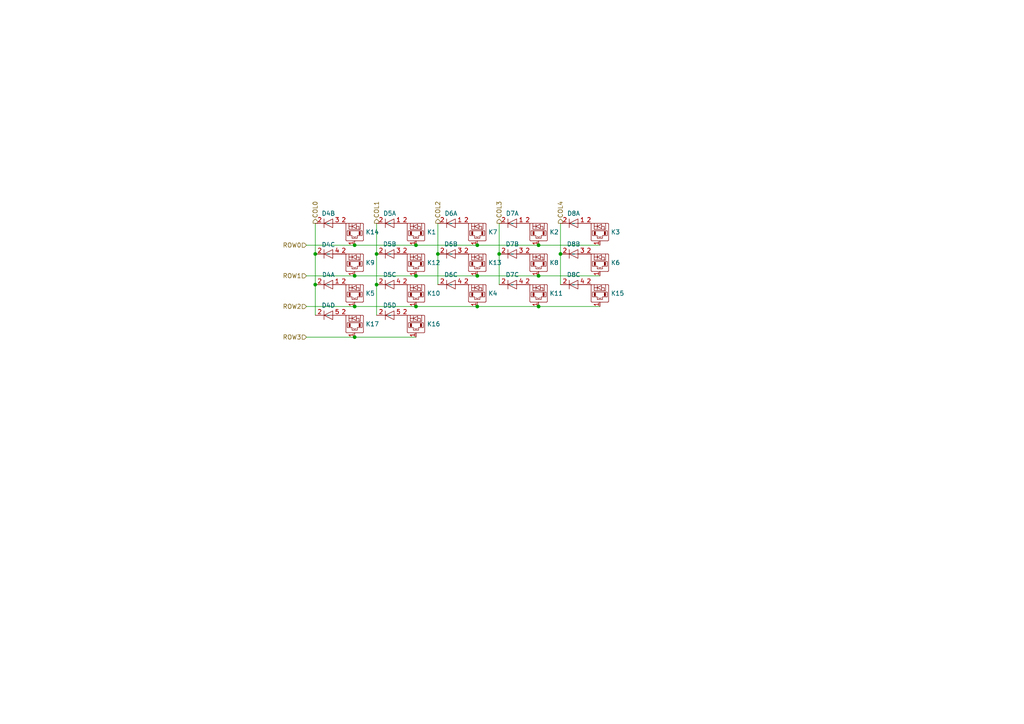
<source format=kicad_sch>
(kicad_sch (version 20230121) (generator eeschema)
  (paper "A4")
  (lib_symbols
    (symbol "misc:1SS309" (pin_names hide)
      (property "Reference" "D" (at 0 -2.54 0))
      (symbol "1SS309_0_1"
        (polyline (pts (xy -1.27 1.27) (xy -1.27 -1.27)))
        (polyline (pts (xy 1.27 0) (xy -1.27 0)))
        (polyline (pts (xy -1.27 0) (xy 1.27 1.27) (xy 1.27 -1.27) (xy -1.27 0)))
      )
      (symbol "1SS309_1_1"
        (pin passive line (at 3.81 0 180) (length 2.54) (name "A") (number "1"))
        (pin passive line (at -3.81 0 0) (length 2.54) (name "K") (number "2"))
      )
      (symbol "1SS309_2_1"
        (pin passive line (at -3.81 0 0) (length 2.54) (name "K") (number "2"))
        (pin passive line (at 3.81 0 180) (length 2.54) (name "A") (number "3"))
      )
      (symbol "1SS309_3_1"
        (pin passive line (at -3.81 0 0) (length 2.54) (name "K") (number "2"))
        (pin passive line (at 3.81 0 180) (length 2.54) (name "A") (number "4"))
      )
      (symbol "1SS309_4_1"
        (pin passive line (at -3.81 0 0) (length 2.54) (name "K") (number "2"))
        (pin passive line (at 3.81 0 180) (length 2.54) (name "A") (number "5"))
      )
    )
    (symbol "switch:diode-choc" (pin_names (offset 1.016))
      (property "Reference" "K" (at 0 3.81 0))
      (symbol "diode-choc_0_1"
        (arc (start -2.54 -2.286) (mid -2.4656 -2.4656) (end -2.286 -2.54))
        (arc (start -2.286 2.54) (mid -2.4656 2.4656) (end -2.54 2.286))
        (rectangle (start -1.651 0.127) (end -1.27 -0.762) (fill (type outline)))
        (arc (start -0.381 -1.27) (mid 0 -1.4739) (end 0.381 -1.27))
        (polyline (pts (xy -2.54 2.286) (xy -2.54 -2.286)))
        (polyline (pts (xy -2.286 -2.54) (xy 2.286 -2.54)))
        (polyline (pts (xy -2.286 2.54) (xy 2.286 2.54)))
        (polyline (pts (xy -1.651 1.651) (xy -0.762 1.651)))
        (polyline (pts (xy -0.762 2.286) (xy -0.762 1.016)))
        (polyline (pts (xy 2.54 -2.286) (xy 2.54 2.286)))
        (polyline (pts (xy 0.508 1.651) (xy 1.27 1.651) (xy 1.27 0.762)))
        (polyline (pts (xy -1.651 2.54) (xy -1.651 0.762) (xy 1.651 0.762) (xy 1.651 2.54)))
        (polyline (pts (xy -0.762 1.651) (xy 0.508 2.286) (xy 0.508 1.016) (xy -0.762 1.651)))
        (polyline (pts (xy -2.159 0.381) (xy -2.159 -1.016) (xy -0.762 -1.016) (xy -0.762 -1.778) (xy 0.762 -1.778) (xy 0.762 -1.016) (xy 2.159 -1.016) (xy 2.159 0.381) (xy -2.159 0.381)))
        (arc (start 2.286 -2.54) (mid 2.4656 -2.4656) (end 2.54 -2.286))
        (arc (start 2.54 2.286) (mid 2.4656 2.4656) (end 2.286 2.54))
      )
      (symbol "diode-choc_1_1"
        (rectangle (start 1.27 0.127) (end 1.651 -0.762) (fill (type outline)))
        (pin input line (at 0 -3.81 90) (length 1.27) (name "~") (number "1"))
        (pin output line (at -3.81 2.54 0) (length 1.27) (name "~") (number "2"))
      )
    )
  )
  (junction (at 109.22 73.66))
  (junction (at 109.22 82.55))
  (junction (at 162.56 73.66))
  (junction (at 144.78 73.66))
  (junction (at 102.87 97.79))
  (junction (at 120.65 71.12))
  (junction (at 102.87 80.01))
  (junction (at 102.87 71.12))
  (junction (at 91.44 73.66))
  (junction (at 138.43 88.9))
  (junction (at 138.43 71.12))
  (junction (at 156.21 80.01))
  (junction (at 127 73.66))
  (junction (at 120.65 80.01))
  (junction (at 120.65 88.9))
  (junction (at 138.43 80.01))
  (junction (at 102.87 88.9))
  (junction (at 91.44 82.55))
  (junction (at 156.21 71.12))
  (junction (at 156.21 88.9))
  (wire (pts (xy 88.9 71.12) (xy 102.87 71.12)))
  (wire (pts (xy 120.65 80.01) (xy 138.43 80.01)))
  (wire (pts (xy 127 73.66) (xy 127 82.55)))
  (wire (pts (xy 91.44 82.55) (xy 91.44 91.44)))
  (wire (pts (xy 102.87 88.9) (xy 120.65 88.9)))
  (wire (pts (xy 88.9 88.9) (xy 102.87 88.9)))
  (wire (pts (xy 144.78 64.77) (xy 144.78 73.66)))
  (wire (pts (xy 102.87 97.79) (xy 120.65 97.79)))
  (wire (pts (xy 138.43 80.01) (xy 156.21 80.01)))
  (wire (pts (xy 102.87 80.01) (xy 120.65 80.01)))
  (wire (pts (xy 127 64.77) (xy 127 73.66)))
  (wire (pts (xy 162.56 64.77) (xy 162.56 73.66)))
  (wire (pts (xy 120.65 88.9) (xy 138.43 88.9)))
  (wire (pts (xy 88.9 80.01) (xy 102.87 80.01)))
  (wire (pts (xy 109.22 73.66) (xy 109.22 82.55)))
  (wire (pts (xy 144.78 73.66) (xy 144.78 82.55)))
  (wire (pts (xy 109.22 82.55) (xy 109.22 91.44)))
  (wire (pts (xy 88.9 97.79) (xy 102.87 97.79)))
  (wire (pts (xy 156.21 88.9) (xy 173.99 88.9)))
  (wire (pts (xy 156.21 71.12) (xy 173.99 71.12)))
  (wire (pts (xy 138.43 88.9) (xy 156.21 88.9)))
  (wire (pts (xy 138.43 71.12) (xy 156.21 71.12)))
  (wire (pts (xy 120.65 71.12) (xy 138.43 71.12)))
  (wire (pts (xy 91.44 64.77) (xy 91.44 73.66)))
  (wire (pts (xy 109.22 64.77) (xy 109.22 73.66)))
  (wire (pts (xy 91.44 73.66) (xy 91.44 82.55)))
  (wire (pts (xy 156.21 80.01) (xy 173.99 80.01)))
  (wire (pts (xy 102.87 71.12) (xy 120.65 71.12)))
  (wire (pts (xy 162.56 73.66) (xy 162.56 82.55)))
  (hierarchical_label "COL2" (shape output) (at 127 64.77 90) (property "Intersheetrefs" "${INTERSHEET_REFS}" (effects hide)))
  (hierarchical_label "ROW3" (shape input) (at 88.9 97.79 180) (property "Intersheetrefs" "${INTERSHEET_REFS}" (effects hide)))
  (hierarchical_label "ROW2" (shape input) (at 88.9 88.9 180) (property "Intersheetrefs" "${INTERSHEET_REFS}" (effects hide)))
  (hierarchical_label "COL4" (shape output) (at 162.56 64.77 90) (property "Intersheetrefs" "${INTERSHEET_REFS}" (effects hide)))
  (hierarchical_label "COL3" (shape output) (at 144.78 64.77 90) (property "Intersheetrefs" "${INTERSHEET_REFS}" (effects hide)))
  (hierarchical_label "COL1" (shape output) (at 109.22 64.77 90) (property "Intersheetrefs" "${INTERSHEET_REFS}" (effects hide)))
  (hierarchical_label "ROW0" (shape input) (at 88.9 71.12 180) (property "Intersheetrefs" "${INTERSHEET_REFS}" (effects hide)))
  (hierarchical_label "ROW1" (shape input) (at 88.9 80.01 180) (property "Intersheetrefs" "${INTERSHEET_REFS}" (effects hide)))
  (hierarchical_label "COL0" (shape output) (at 91.44 64.77 90) (property "Intersheetrefs" "${INTERSHEET_REFS}" (effects hide)))
  (symbol (lib_id "misc:1SS309") (at 113.03 82.55 0) (unit 3)
    (property "Reference" "D5" (at 113.03 79.6869 0))
    (property "Value" "~" (at 113.03 82.55 0))
    (property "Footprint" "Package_TO_SOT_SMD:SOT-23-5" (effects hide))
    (instances (project "fissure" (path "" (reference "D5") (unit 3)) (path "" (reference "D4") (unit 3)) (path "" (reference "D15") (unit 3)) (path "" (reference "D4") (unit 3)) (path "" (reference "D12") (unit 4))))
  )
  (symbol (lib_id "misc:1SS309") (at 166.37 82.55 0) (unit 3)
    (property "Reference" "D8" (at 166.37 79.6869 0))
    (property "Value" "~" (at 166.37 82.55 0))
    (property "Footprint" "Package_TO_SOT_SMD:SOT-23-5" (effects hide))
    (instances (project "fissure" (path "" (reference "D8") (unit 3)) (path "" (reference "D7") (unit 3)) (path "" (reference "D10") (unit 3)) (path "" (reference "D7") (unit 3)) (path "" (reference "D10") (unit 1))))
  )
  (symbol (lib_id "misc:1SS309") (at 95.25 64.77 0) (unit 2)
    (property "Reference" "D4" (at 95.25 61.9069 0))
    (property "Value" "~" (at 95.25 64.77 0))
    (property "Footprint" "Package_TO_SOT_SMD:SOT-23-5" (effects hide))
    (instances (project "fissure" (path "" (reference "D4") (unit 2)) (path "" (reference "D3") (unit 2)) (path "" (reference "D14") (unit 2)) (path "" (reference "D3") (unit 2)) (path "" (reference "D11") (unit 4))))
  )
  (symbol (lib_id "misc:1SS309") (at 95.25 82.55 0) (unit 1)
    (property "Reference" "D4" (at 95.25 79.6869 0))
    (property "Value" "~" (at 95.25 82.55 0))
    (property "Footprint" "Package_TO_SOT_SMD:SOT-23-5" (effects hide))
    (instances (project "fissure" (path "" (reference "D4") (unit 1)) (path "" (reference "D3") (unit 1)) (path "" (reference "D14") (unit 1)) (path "" (reference "D3") (unit 1)) (path "" (reference "D11") (unit 2))))
  )
  (symbol (lib_id "switch:diode-choc") (at 120.65 93.98 0) (unit 1)
    (property "Reference" "K16" (at 123.825 93.98 0) (effects (justify left)))
    (property "Value" "diode-choc" (effects hide))
    (property "Footprint" "pg1350:pg1350-SR" (effects hide))
    (instances (project "fissure" (path "" (reference "K16") (unit 1)) (path "" (reference "K1") (unit 1)) (path "" (reference "K32") (unit 1)) (path "" (reference "K12") (unit 1)) (path "" (reference "K34") (unit 1))))
  )
  (symbol (lib_id "switch:diode-choc") (at 102.87 93.98 0) (unit 1)
    (property "Reference" "K17" (at 106.045 93.98 0) (effects (justify left)))
    (property "Value" "diode-choc" (effects hide))
    (property "Footprint" "pg1350:pg1350-SN" (effects hide))
    (instances (project "fissure" (path "" (reference "K17") (unit 1)) (path "" (reference "K6") (unit 1)) (path "" (reference "K31") (unit 1)) (path "" (reference "K11") (unit 1)) (path "" (reference "K35") (unit 1))))
  )
  (symbol (lib_id "misc:1SS309") (at 166.37 64.77 0) (unit 1)
    (property "Reference" "D8" (at 166.37 61.9069 0))
    (property "Value" "~" (at 166.37 64.77 0))
    (property "Footprint" "Package_TO_SOT_SMD:SOT-23-5" (effects hide))
    (instances (project "fissure" (path "" (reference "D8") (unit 1)) (path "" (reference "D7") (unit 1)) (path "" (reference "D10") (unit 1)) (path "" (reference "D7") (unit 1)) (path "" (reference "D10") (unit 2))))
  )
  (symbol (lib_id "switch:diode-choc") (at 156.21 67.31 0) (unit 1)
    (property "Reference" "K2" (at 159.385 67.31 0) (effects (justify left)))
    (property "Value" "diode-choc" (effects hide))
    (property "Footprint" "pg1350:pg1350-SL" (effects hide))
    (instances (project "fissure" (path "" (reference "K2") (unit 1)) (path "" (reference "K4") (unit 1)) (path "" (reference "K24") (unit 1)) (path "" (reference "K4") (unit 1)) (path "" (reference "K22") (unit 1))))
  )
  (symbol (lib_id "switch:diode-choc") (at 120.65 85.09 0) (unit 1)
    (property "Reference" "K10" (at 123.825 85.09 0) (effects (justify left)))
    (property "Value" "diode-choc" (effects hide))
    (property "Footprint" "pg1350:pg1350-SN" (effects hide))
    (instances (project "fissure" (path "" (reference "K10") (unit 1)) (path "" (reference "K16") (unit 1)) (path "" (reference "K21") (unit 1)) (path "" (reference "K1") (unit 1)) (path "" (reference "K25") (unit 1))))
  )
  (symbol (lib_id "switch:diode-choc") (at 138.43 85.09 0) (unit 1)
    (property "Reference" "K4" (at 141.605 85.09 0) (effects (justify left)))
    (property "Value" "diode-choc" (effects hide))
    (property "Footprint" "pg1350:pg1350-S" (effects hide))
    (instances (project "fissure" (path "" (reference "K4") (unit 1)) (path "" (reference "K13") (unit 1)) (path "" (reference "K33") (unit 1)) (path "" (reference "K13") (unit 1)) (path "" (reference "K33") (unit 1))))
  )
  (symbol (lib_id "misc:1SS309") (at 166.37 73.66 0) (unit 2)
    (property "Reference" "D8" (at 166.37 70.7969 0))
    (property "Value" "~" (at 166.37 73.66 0))
    (property "Footprint" "Package_TO_SOT_SMD:SOT-23-5" (effects hide))
    (instances (project "fissure" (path "" (reference "D8") (unit 2)) (path "" (reference "D7") (unit 2)) (path "" (reference "D10") (unit 2)) (path "" (reference "D7") (unit 2)) (path "" (reference "D10") (unit 3))))
  )
  (symbol (lib_id "misc:1SS309") (at 148.59 73.66 0) (unit 2)
    (property "Reference" "D7" (at 148.59 70.7969 0))
    (property "Value" "~" (at 148.59 73.66 0))
    (property "Footprint" "Package_TO_SOT_SMD:SOT-23-5" (effects hide))
    (instances (project "fissure" (path "" (reference "D7") (unit 2)) (path "" (reference "D6") (unit 2)) (path "" (reference "D9") (unit 2)) (path "" (reference "D6") (unit 2)) (path "" (reference "D9") (unit 2))))
  )
  (symbol (lib_id "misc:1SS309") (at 95.25 73.66 0) (unit 3)
    (property "Reference" "D4" (at 95.25 70.985 0))
    (property "Value" "~" (at 95.25 73.66 0))
    (property "Footprint" "Package_TO_SOT_SMD:SOT-23-5" (effects hide))
    (instances (project "fissure" (path "" (reference "D4") (unit 3)) (path "" (reference "D3") (unit 3)) (path "" (reference "D14") (unit 3)) (path "" (reference "D3") (unit 3)) (path "" (reference "D11") (unit 3))))
  )
  (symbol (lib_id "misc:1SS309") (at 130.81 82.55 0) (unit 3)
    (property "Reference" "D6" (at 130.81 79.6869 0))
    (property "Value" "~" (at 130.81 82.55 0))
    (property "Footprint" "Package_TO_SOT_SMD:SOT-23-5" (effects hide))
    (instances (project "fissure" (path "" (reference "D6") (unit 3)) (path "" (reference "D5") (unit 3)) (path "" (reference "D8") (unit 3)) (path "" (reference "D5") (unit 3)) (path "" (reference "D8") (unit 3))))
  )
  (symbol (lib_id "switch:diode-choc") (at 120.65 76.2 0) (unit 1)
    (property "Reference" "K12" (at 123.825 76.2 0) (effects (justify left)))
    (property "Value" "diode-choc" (effects hide))
    (property "Footprint" "pg1350:pg1350-SR" (effects hide))
    (instances (project "fissure" (path "" (reference "K12") (unit 1)) (path "" (reference "K7") (unit 1)) (path "" (reference "K27") (unit 1)) (path "" (reference "K7") (unit 1)) (path "" (reference "K29") (unit 1))))
  )
  (symbol (lib_id "switch:diode-choc") (at 173.99 85.09 0) (unit 1)
    (property "Reference" "K15" (at 177.165 85.09 0) (effects (justify left)))
    (property "Value" "diode-choc" (effects hide))
    (property "Footprint" "pg1350:pg1350-SR" (effects hide))
    (instances (project "fissure" (path "" (reference "K15") (unit 1)) (path "" (reference "K15") (unit 1)) (path "" (reference "K35") (unit 1)) (path "" (reference "K15") (unit 1)) (path "" (reference "K31") (unit 1))))
  )
  (symbol (lib_id "misc:1SS309") (at 95.25 91.44 0) (unit 4)
    (property "Reference" "D4" (at 95.25 88.5769 0))
    (property "Value" "~" (at 95.25 91.44 0))
    (property "Footprint" "Package_TO_SOT_SMD:SOT-23-5" (effects hide))
    (instances (project "fissure" (path "" (reference "D4") (unit 4)) (path "" (reference "D3") (unit 4)) (path "" (reference "D14") (unit 4)) (path "" (reference "D3") (unit 4)) (path "" (reference "D11") (unit 1))))
  )
  (symbol (lib_id "switch:diode-choc") (at 173.99 76.2 0) (unit 1)
    (property "Reference" "K6" (at 177.165 76.2 0) (effects (justify left)))
    (property "Value" "diode-choc" (effects hide))
    (property "Footprint" "pg1350:pg1350-SR" (effects hide))
    (instances (project "fissure" (path "" (reference "K6") (unit 1)) (path "" (reference "K10") (unit 1)) (path "" (reference "K30") (unit 1)) (path "" (reference "K10") (unit 1)) (path "" (reference "K26") (unit 1))))
  )
  (symbol (lib_id "misc:1SS309") (at 113.03 64.77 0) (unit 1)
    (property "Reference" "D5" (at 113.03 61.9069 0))
    (property "Value" "~" (at 113.03 64.77 0))
    (property "Footprint" "Package_TO_SOT_SMD:SOT-23-5" (effects hide))
    (instances (project "fissure" (path "" (reference "D5") (unit 1)) (path "" (reference "D4") (unit 1)) (path "" (reference "D15") (unit 1)) (path "" (reference "D4") (unit 1)) (path "" (reference "D12") (unit 3))))
  )
  (symbol (lib_id "switch:diode-choc") (at 102.87 76.2 0) (unit 1)
    (property "Reference" "K9" (at 106.045 76.2 0) (effects (justify left)))
    (property "Value" "diode-choc" (effects hide))
    (property "Footprint" "pg1350:pg1350-SN" (effects hide))
    (instances (project "fissure" (path "" (reference "K9") (unit 1)) (path "" (reference "K12") (unit 1)) (path "" (reference "K37") (unit 1)) (path "" (reference "K17") (unit 1)) (path "" (reference "K36") (unit 1))))
  )
  (symbol (lib_id "switch:diode-choc") (at 102.87 67.31 0) (unit 1)
    (property "Reference" "K14" (at 106.045 67.31 0) (effects (justify left)))
    (property "Value" "diode-choc" (effects hide))
    (property "Footprint" "pg1350:pg1350-SN" (effects hide))
    (instances (project "fissure" (path "" (reference "K14") (unit 1)) (path "" (reference "K11") (unit 1)) (path "" (reference "K36") (unit 1)) (path "" (reference "K16") (unit 1)) (path "" (reference "K37") (unit 1))))
  )
  (symbol (lib_id "misc:1SS309") (at 130.81 73.66 0) (unit 2)
    (property "Reference" "D6" (at 130.81 70.7969 0))
    (property "Value" "~" (at 130.81 73.66 0))
    (property "Footprint" "Package_TO_SOT_SMD:SOT-23-5" (effects hide))
    (instances (project "fissure" (path "" (reference "D6") (unit 2)) (path "" (reference "D5") (unit 2)) (path "" (reference "D8") (unit 2)) (path "" (reference "D5") (unit 2)) (path "" (reference "D8") (unit 2))))
  )
  (symbol (lib_id "switch:diode-choc") (at 120.65 67.31 0) (unit 1)
    (property "Reference" "K1" (at 123.825 67.31 0) (effects (justify left)))
    (property "Value" "diode-choc" (effects hide))
    (property "Footprint" "pg1350:pg1350-SR" (effects hide))
    (instances (project "fissure" (path "" (reference "K1") (unit 1)) (path "" (reference "K2") (unit 1)) (path "" (reference "K22") (unit 1)) (path "" (reference "K2") (unit 1)) (path "" (reference "K24") (unit 1))))
  )
  (symbol (lib_id "misc:1SS309") (at 130.81 64.77 0) (unit 1)
    (property "Reference" "D6" (at 130.81 61.9069 0))
    (property "Value" "~" (at 130.81 64.77 0))
    (property "Footprint" "Package_TO_SOT_SMD:SOT-23-5" (effects hide))
    (instances (project "fissure" (path "" (reference "D6") (unit 1)) (path "" (reference "D5") (unit 1)) (path "" (reference "D8") (unit 1)) (path "" (reference "D5") (unit 1)) (path "" (reference "D8") (unit 1))))
  )
  (symbol (lib_id "switch:diode-choc") (at 138.43 76.2 0) (unit 1)
    (property "Reference" "K13" (at 141.605 76.2 0) (effects (justify left)))
    (property "Value" "diode-choc" (effects hide))
    (property "Footprint" "pg1350:pg1350-S" (effects hide))
    (instances (project "fissure" (path "" (reference "K13") (unit 1)) (path "" (reference "K8") (unit 1)) (path "" (reference "K28") (unit 1)) (path "" (reference "K8") (unit 1)) (path "" (reference "K28") (unit 1))))
  )
  (symbol (lib_id "switch:diode-choc") (at 173.99 67.31 0) (unit 1)
    (property "Reference" "K3" (at 177.165 67.31 0) (effects (justify left)))
    (property "Value" "diode-choc" (effects hide))
    (property "Footprint" "pg1350:pg1350-SR" (effects hide))
    (instances (project "fissure" (path "" (reference "K3") (unit 1)) (path "" (reference "K5") (unit 1)) (path "" (reference "K25") (unit 1)) (path "" (reference "K5") (unit 1)) (path "" (reference "K21") (unit 1))))
  )
  (symbol (lib_id "switch:diode-choc") (at 156.21 76.2 0) (unit 1)
    (property "Reference" "K8" (at 159.385 76.2 0) (effects (justify left)))
    (property "Value" "diode-choc" (effects hide))
    (property "Footprint" "pg1350:pg1350-SL" (effects hide))
    (instances (project "fissure" (path "" (reference "K8") (unit 1)) (path "" (reference "K9") (unit 1)) (path "" (reference "K29") (unit 1)) (path "" (reference "K9") (unit 1)) (path "" (reference "K27") (unit 1))))
  )
  (symbol (lib_id "switch:diode-choc") (at 102.87 85.09 0) (unit 1)
    (property "Reference" "K5" (at 106.045 85.09 0) (effects (justify left)))
    (property "Value" "diode-choc" (effects hide))
    (property "Footprint" "pg1350:pg1350-SN" (effects hide))
    (instances (project "fissure" (path "" (reference "K5") (unit 1)) (path "" (reference "K17") (unit 1)) (path "" (reference "K26") (unit 1)) (path "" (reference "K6") (unit 1)) (path "" (reference "K30") (unit 1))))
  )
  (symbol (lib_id "misc:1SS309") (at 148.59 64.77 0) (unit 1)
    (property "Reference" "D7" (at 148.59 61.9069 0))
    (property "Value" "~" (at 148.59 64.77 0))
    (property "Footprint" "Package_TO_SOT_SMD:SOT-23-5" (effects hide))
    (instances (project "fissure" (path "" (reference "D7") (unit 1)) (path "" (reference "D6") (unit 1)) (path "" (reference "D9") (unit 1)) (path "" (reference "D6") (unit 1)) (path "" (reference "D9") (unit 1))))
  )
  (symbol (lib_id "misc:1SS309") (at 113.03 73.66 0) (unit 2)
    (property "Reference" "D5" (at 113.03 70.7969 0))
    (property "Value" "~" (at 113.03 73.66 0))
    (property "Footprint" "Package_TO_SOT_SMD:SOT-23-5" (effects hide))
    (instances (project "fissure" (path "" (reference "D5") (unit 2)) (path "" (reference "D4") (unit 2)) (path "" (reference "D15") (unit 2)) (path "" (reference "D4") (unit 2)) (path "" (reference "D12") (unit 2))))
  )
  (symbol (lib_id "switch:diode-choc") (at 138.43 67.31 0) (unit 1)
    (property "Reference" "K7" (at 141.605 67.31 0) (effects (justify left)))
    (property "Value" "diode-choc" (effects hide))
    (property "Footprint" "pg1350:pg1350-S" (effects hide))
    (instances (project "fissure" (path "" (reference "K7") (unit 1)) (path "" (reference "K3") (unit 1)) (path "" (reference "K23") (unit 1)) (path "" (reference "K3") (unit 1)) (path "" (reference "K23") (unit 1))))
  )
  (symbol (lib_id "misc:1SS309") (at 148.59 82.55 0) (unit 3)
    (property "Reference" "D7" (at 148.59 79.6869 0))
    (property "Value" "~" (at 148.59 82.55 0))
    (property "Footprint" "Package_TO_SOT_SMD:SOT-23-5" (effects hide))
    (instances (project "fissure" (path "" (reference "D7") (unit 3)) (path "" (reference "D6") (unit 3)) (path "" (reference "D9") (unit 3)) (path "" (reference "D6") (unit 3)) (path "" (reference "D9") (unit 3))))
  )
  (symbol (lib_id "misc:1SS309") (at 113.03 91.44 0) (unit 4)
    (property "Reference" "D5" (at 113.03 88.5769 0))
    (property "Value" "~" (at 113.03 91.44 0))
    (property "Footprint" "Package_TO_SOT_SMD:SOT-23-5" (effects hide))
    (instances (project "fissure" (path "" (reference "D5") (unit 4)) (path "" (reference "D4") (unit 4)) (path "" (reference "D15") (unit 4)) (path "" (reference "D4") (unit 4)) (path "" (reference "D12") (unit 1))))
  )
  (symbol (lib_id "switch:diode-choc") (at 156.21 85.09 0) (unit 1)
    (property "Reference" "K11" (at 159.385 85.09 0) (effects (justify left)))
    (property "Value" "diode-choc" (effects hide))
    (property "Footprint" "pg1350:pg1350-SL" (effects hide))
    (instances (project "fissure" (path "" (reference "K11") (unit 1)) (path "" (reference "K14") (unit 1)) (path "" (reference "K34") (unit 1)) (path "" (reference "K14") (unit 1)) (path "" (reference "K32") (unit 1))))
  )
)
</source>
